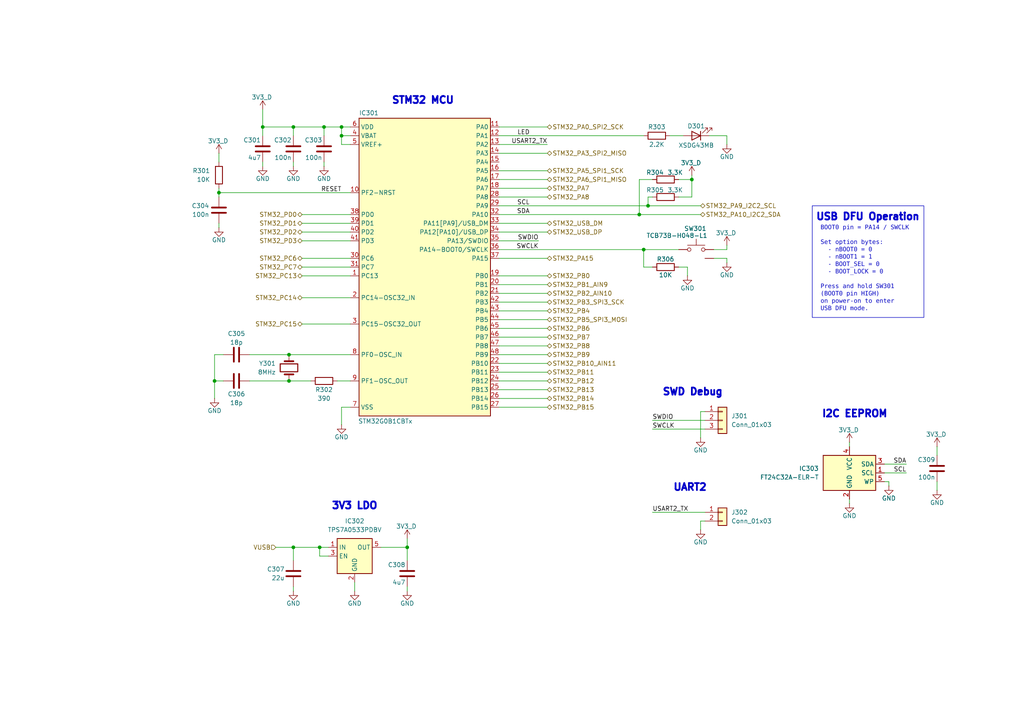
<source format=kicad_sch>
(kicad_sch (version 20250114) (generator "eeschema") (generator_version "9.0")
  (paper "A4")
  (title_block (title "RFE") (date "2024-06-01") (rev "A1") (company "LibreCellular Project - https://librecellular.org/") (comment 1 "Drawn: OK") (comment 2 "Checked: x"))
  (lib_symbols
    (symbol "Connector_Generic:Conn_01x02" (pin_names (offset 1.016) (hide yes))
      (property "Reference" "J" (at 0 2.54 0))
      (property "Value" "Conn_01x02" (at 0 -5.08 0))
      (symbol "Conn_01x02_1_1"
        (rectangle (start -1.27 1.27) (end 1.27 -3.81) (stroke (width 0.254)) (fill (type background)))
        (rectangle (start -1.27 0.127) (end 0 -0.127) (stroke (width 0.1524)))
        (rectangle (start -1.27 -2.413) (end 0 -2.667) (stroke (width 0.1524)))
        (pin passive line (at -5.08 0 0) (length 3.81) (name "Pin_1") (number "1"))
        (pin passive line (at -5.08 -2.54 0) (length 3.81) (name "Pin_2") (number "2"))
      )
    )
    (symbol "Connector_Generic:Conn_01x03" (pin_names (offset 1.016) (hide yes))
      (property "Reference" "J" (at 0 5.08 0))
      (property "Value" "Conn_01x03" (at 0 -5.08 0))
      (symbol "Conn_01x03_1_1"
        (rectangle (start -1.27 3.81) (end 1.27 -3.81) (stroke (width 0.254)) (fill (type background)))
        (rectangle (start -1.27 2.667) (end 0 2.413) (stroke (width 0.1524)))
        (rectangle (start -1.27 0.127) (end 0 -0.127) (stroke (width 0.1524)))
        (rectangle (start -1.27 -2.413) (end 0 -2.667) (stroke (width 0.1524)))
        (pin passive line (at -5.08 2.54 0) (length 3.81) (name "Pin_1") (number "1"))
        (pin passive line (at -5.08 0 0) (length 3.81) (name "Pin_2") (number "2"))
        (pin passive line (at -5.08 -2.54 0) (length 3.81) (name "Pin_3") (number "3"))
      )
    )
    (symbol "Device:C" (pin_numbers (hide yes)) (pin_names (offset 0.254))
      (property "Reference" "C" (at 0.635 2.54 0))
      (property "Value" "C" (at 0.635 -2.54 0))
      (symbol "C_0_1"
        (polyline (pts (xy -2.032 0.762) (xy 2.032 0.762)) (stroke (width 0.508)))
        (polyline (pts (xy -2.032 -0.762) (xy 2.032 -0.762)) (stroke (width 0.508)))
      )
      (symbol "C_1_1"
        (pin passive line (at 0 3.81 270) (length 2.794) (name "~") (number "1"))
        (pin passive line (at 0 -3.81 90) (length 2.794) (name "~") (number "2"))
      )
    )
    (symbol "Device:Crystal" (pin_numbers (hide yes)) (pin_names (offset 1.016) (hide yes))
      (property "Reference" "Y301" (at 1.2701 3.81 90))
      (property "Value" "8MHz" (at -1.2699 3.81 90))
      (symbol "Crystal_0_1"
        (polyline (pts (xy -2.54 0) (xy -1.905 0)))
        (polyline (pts (xy -1.905 -1.27) (xy -1.905 1.27)) (stroke (width 0.508)))
        (rectangle (start -1.143 2.54) (end 1.143 -2.54) (stroke (width 0.3048)))
        (polyline (pts (xy 1.905 -1.27) (xy 1.905 1.27)) (stroke (width 0.508)))
        (polyline (pts (xy 2.54 0) (xy 1.905 0)))
      )
      (symbol "Crystal_1_1"
        (pin passive line (at -3.81 0 0) (length 1.27) (name "1") (number "1"))
        (pin passive line (at 3.81 0 180) (length 1.27) (name "2") (number "2"))
      )
    )
    (symbol "Device:LED" (pin_numbers (hide yes)) (pin_names (offset 1.016) (hide yes))
      (property "Reference" "D" (at 0 2.54 0))
      (property "Value" "LED" (at 0 -2.54 0))
      (symbol "LED_0_1"
        (polyline (pts (xy -3.048 -0.762) (xy -4.572 -2.286) (xy -3.81 -2.286) (xy -4.572 -2.286) (xy -4.572 -1.524)))
        (polyline (pts (xy -1.778 -0.762) (xy -3.302 -2.286) (xy -2.54 -2.286) (xy -3.302 -2.286) (xy -3.302 -1.524)))
        (polyline (pts (xy -1.27 0) (xy 1.27 0)))
        (polyline (pts (xy -1.27 -1.27) (xy -1.27 1.27)) (stroke (width 0.254)))
        (polyline (pts (xy 1.27 -1.27) (xy 1.27 1.27) (xy -1.27 0) (xy 1.27 -1.27)) (stroke (width 0.254)))
      )
      (symbol "LED_1_1"
        (pin passive line (at -3.81 0 0) (length 2.54) (name "K") (number "1"))
        (pin passive line (at 3.81 0 180) (length 2.54) (name "A") (number "2"))
      )
    )
    (symbol "Device:R" (pin_numbers (hide yes)) (pin_names (offset 0))
      (property "Reference" "R" (at 2.032 0 90))
      (property "Value" "R" (at 0 0 90))
      (symbol "R_0_1"
        (rectangle (start -1.016 -2.54) (end 1.016 2.54) (stroke (width 0.254)))
      )
      (symbol "R_1_1"
        (pin passive line (at 0 3.81 270) (length 1.27) (name "~") (number "1"))
        (pin passive line (at 0 -3.81 90) (length 1.27) (name "~") (number "2"))
      )
    )
    (symbol "LC_RFE:PushButton-TCB73B-H048-L1" (pin_numbers (hide yes)) (pin_names (offset 1.016) (hide yes))
      (property "Reference" "SW" (at -4.318 3.302 0))
      (property "Value" "PushButton-TCB73B-H048-L1" (at 0.508 -4.826 0))
      (symbol "PushButton-TCB73B-H048-L1_0_1"
        (circle (center -2.032 0) (radius 0.508))
        (polyline (pts (xy 0 1.27) (xy 0 3.048)))
        (circle (center 2.032 0) (radius 0.508))
        (polyline (pts (xy 2.54 1.27) (xy -2.54 1.27)))
        (pin passive line (at -5.08 0 0) (length 2.54) (name "1") (number "1"))
        (pin passive line (at 5.08 0 180) (length 2.54) (name "2") (number "2"))
        (pin passive line (at 5.08 -2.54 180) (length 2.54) (name "3") (number "3"))
      )
    )
    (symbol "MCU_ST_STM32G0:STM32G0B1CBTx"
      (property "Reference" "U?" (at -19.05 44.704 0))
      (property "Value" "STM32G0B1CBTx" (at -19.304 -44.704 0))
      (symbol "STM32G0B1CBTx_0_1"
        (rectangle (start -19.05 43.18) (end 19.05 -43.18) (stroke (width 0.254)) (fill (type background)))
      )
      (symbol "STM32G0B1CBTx_1_1"
        (pin power_in line (at -21.59 40.64 0) (length 2.54) (name "VDD") (number "6"))
        (pin power_in line (at -21.59 38.1 0) (length 2.54) (name "VBAT") (number "4"))
        (pin input line (at -21.59 35.56 0) (length 2.54) (name "VREF+") (number "5"))
        (pin bidirectional line (at -21.59 21.59 0) (length 2.54) (name "PF2-NRST") (number "10"))
        (pin bidirectional line (at -21.59 15.24 0) (length 2.54) (name "PD0") (number "38"))
        (pin bidirectional line (at -21.59 12.7 0) (length 2.54) (name "PD1") (number "39"))
        (pin bidirectional line (at -21.59 10.16 0) (length 2.54) (name "PD2") (number "40"))
        (pin bidirectional line (at -21.59 7.62 0) (length 2.54) (name "PD3") (number "41"))
        (pin bidirectional line (at -21.59 2.54 0) (length 2.54) (name "PC6") (number "30"))
        (pin bidirectional line (at -21.59 0 0) (length 2.54) (name "PC7") (number "31"))
        (pin bidirectional line (at -21.59 -2.54 0) (length 2.54) (name "PC13") (number "1"))
        (pin bidirectional line (at -21.59 -8.89 0) (length 2.54) (name "PC14-OSC32_IN") (number "2"))
        (pin bidirectional line (at -21.59 -16.51 0) (length 2.54) (name "PC15-OSC32_OUT") (number "3"))
        (pin bidirectional line (at -21.59 -25.4 0) (length 2.54) (name "PF0-OSC_IN") (number "8"))
        (pin bidirectional line (at -21.59 -33.02 0) (length 2.54) (name "PF1-OSC_OUT") (number "9"))
        (pin power_in line (at -21.59 -40.64 0) (length 2.54) (name "VSS") (number "7"))
        (pin bidirectional line (at 21.59 40.64 180) (length 2.54) (name "PA0") (number "11"))
        (pin bidirectional line (at 21.59 38.1 180) (length 2.54) (name "PA1") (number "12"))
        (pin bidirectional line (at 21.59 35.56 180) (length 2.54) (name "PA2") (number "13"))
        (pin bidirectional line (at 21.59 33.02 180) (length 2.54) (name "PA3") (number "14"))
        (pin bidirectional line (at 21.59 30.48 180) (length 2.54) (name "PA4") (number "15"))
        (pin bidirectional line (at 21.59 27.94 180) (length 2.54) (name "PA5") (number "16"))
        (pin bidirectional line (at 21.59 25.4 180) (length 2.54) (name "PA6") (number "17"))
        (pin bidirectional line (at 21.59 22.86 180) (length 2.54) (name "PA7") (number "18"))
        (pin bidirectional line (at 21.59 20.32 180) (length 2.54) (name "PA8") (number "28"))
        (pin bidirectional line (at 21.59 17.78 180) (length 2.54) (name "PA9") (number "29"))
        (pin bidirectional line (at 21.59 15.24 180) (length 2.54) (name "PA10") (number "32"))
        (pin bidirectional line (at 21.59 12.7 180) (length 2.54) (name "PA11[PA9]/USB_DM") (number "33"))
        (pin bidirectional line (at 21.59 10.16 180) (length 2.54) (name "PA12[PA10]/USB_DP") (number "34"))
        (pin bidirectional line (at 21.59 7.62 180) (length 2.54) (name "PA13/SWDIO") (number "35"))
        (pin bidirectional line (at 21.59 5.08 180) (length 2.54) (name "PA14-BOOT0/SWCLK") (number "36"))
        (pin bidirectional line (at 21.59 2.54 180) (length 2.54) (name "PA15") (number "37"))
        (pin bidirectional line (at 21.59 -2.54 180) (length 2.54) (name "PB0") (number "19"))
        (pin bidirectional line (at 21.59 -5.08 180) (length 2.54) (name "PB1") (number "20"))
        (pin bidirectional line (at 21.59 -7.62 180) (length 2.54) (name "PB2") (number "21"))
        (pin bidirectional line (at 21.59 -10.16 180) (length 2.54) (name "PB3") (number "42"))
        (pin bidirectional line (at 21.59 -12.7 180) (length 2.54) (name "PB4") (number "43"))
        (pin bidirectional line (at 21.59 -15.24 180) (length 2.54) (name "PB5") (number "44"))
        (pin bidirectional line (at 21.59 -17.78 180) (length 2.54) (name "PB6") (number "45"))
        (pin bidirectional line (at 21.59 -20.32 180) (length 2.54) (name "PB7") (number "46"))
        (pin bidirectional line (at 21.59 -22.86 180) (length 2.54) (name "PB8") (number "47"))
        (pin bidirectional line (at 21.59 -25.4 180) (length 2.54) (name "PB9") (number "48"))
        (pin bidirectional line (at 21.59 -27.94 180) (length 2.54) (name "PB10") (number "22"))
        (pin bidirectional line (at 21.59 -30.48 180) (length 2.54) (name "PB11") (number "23"))
        (pin bidirectional line (at 21.59 -33.02 180) (length 2.54) (name "PB12") (number "24"))
        (pin bidirectional line (at 21.59 -35.56 180) (length 2.54) (name "PB13") (number "25"))
        (pin bidirectional line (at 21.59 -38.1 180) (length 2.54) (name "PB14") (number "26"))
        (pin bidirectional line (at 21.59 -40.64 180) (length 2.54) (name "PB15") (number "27"))
      )
    )
    (symbol "Memory_EEPROM:AT24CS32-STUM"
      (property "Reference" "U" (at -7.62 6.35 0))
      (property "Value" "AT24CS32-STUM" (at 2.54 -6.35 0))
      (symbol "AT24CS32-STUM_1_1"
        (rectangle (start -7.62 5.08) (end 7.62 -5.08) (stroke (width 0.254)) (fill (type background)))
        (pin power_in line (at 0 7.62 270) (length 2.54) (name "VCC") (number "4"))
        (pin power_in line (at 0 -7.62 90) (length 2.54) (name "GND") (number "2"))
        (pin bidirectional line (at 10.16 2.54 180) (length 2.54) (name "SDA") (number "3"))
        (pin input line (at 10.16 0 180) (length 2.54) (name "SCL") (number "1"))
        (pin input line (at 10.16 -2.54 180) (length 2.54) (name "WP") (number "5"))
      )
    )
    (symbol "Regulator_Linear:TPS7A0533PDBV"
      (property "Reference" "U" (at -3.81 6.35 0))
      (property "Value" "TPS7A0533PDBV" (at 6.35 6.35 0))
      (symbol "TPS7A0533PDBV_0_1"
        (rectangle (start -5.08 -5.08) (end 5.08 5.08) (stroke (width 0.254)) (fill (type background)))
        (pin power_in line (at -7.62 2.54 0) (length 2.54) (name "IN") (number "1"))
        (pin input line (at -7.62 0 0) (length 2.54) (name "EN") (number "3"))
        (pin power_in line (at 0 -7.62 90) (length 2.54) (name "GND") (number "2"))
        (pin no_connect line (at 5.08 0 180) (length 2.54) (hide yes) (name "NC") (number "4"))
        (pin power_out line (at 7.62 2.54 180) (length 2.54) (name "OUT") (number "5"))
      )
    )
    (symbol "power:+3V3" (power) (pin_numbers (hide yes)) (pin_names (offset 0) (hide yes))
      (property "Value" "+3V3" (at 0 3.556 0))
      (symbol "+3V3_0_1"
        (polyline (pts (xy -0.762 1.27) (xy 0 2.54)))
        (polyline (pts (xy 0 2.54) (xy 0.762 1.27)))
        (polyline (pts (xy 0 0) (xy 0 2.54)))
      )
      (symbol "+3V3_1_1"
        (pin power_in line (at 0 0 90) (length 0) (name "~") (number "1"))
      )
    )
    (symbol "power:GND" (power) (pin_numbers (hide yes)) (pin_names (offset 0) (hide yes))
      (property "Value" "GND" (at 0 -3.81 0))
      (symbol "GND_0_1"
        (polyline (pts (xy 0 0) (xy 0 -1.27) (xy 1.27 -1.27) (xy 0 -2.54) (xy -1.27 -1.27) (xy 0 -1.27)))
      )
      (symbol "GND_1_1"
        (pin power_in line (at 0 0 270) (length 0) (name "~") (number "1"))
      )
    )
  )
  (rectangle (start 235.585 59.69) (end 267.97 92.075))
  (text "I2C EEPROM" (at 247.904 120.142 0) (effects (font (size 2.032 2.032) (thickness 1.524) (bold yes))))
  (text "3V3 LDO" (at 102.87 146.812 0) (effects (font (size 2.032 2.032) (thickness 1.524) (bold yes))))
  (text "BOOT0 pin = PA14 / SWCLK\n\nSet option bytes:\n  - nBOOT0 = 0\n  - nBOOT1 = 1\n  - BOOT_SEL = 0\n  - BOOT_LOCK = 0\n\nPress and hold SW301\n(BOOT0 pin HIGH)\non power-on to enter\nUSB DFU mode." (at 237.998 65.786 0) (effects (font (size 1.27 1.27)) (justify left top)))
  (text "UART2" (at 200.152 141.478 0) (effects (font (size 2.032 2.032) (thickness 1.524) (bold yes))))
  (text "SWD Debug" (at 200.914 113.792 0) (effects (font (size 2.032 2.032) (thickness 1.524) (bold yes))))
  (text "USB DFU Operation" (at 251.714 62.992 0) (effects (font (size 2.032 2.032) (thickness 1.524) (bold yes))))
  (text "STM32 MCU" (at 122.682 29.21 0) (effects (font (size 2.032 2.032) (thickness 1.524) (bold yes))))
  (junction (at 83.82 102.87))
  (junction (at 76.2 36.83))
  (junction (at 85.09 158.75))
  (junction (at 83.82 110.49))
  (junction (at 63.5 55.88))
  (junction (at 186.69 72.39))
  (junction (at 92.71 158.75))
  (junction (at 187.96 59.69))
  (junction (at 85.09 36.83))
  (junction (at 62.23 110.49))
  (junction (at 185.42 62.23))
  (junction (at 99.06 36.83))
  (junction (at 200.66 52.07))
  (junction (at 99.06 39.37))
  (junction (at 118.11 158.75))
  (junction (at 93.98 36.83))
  (wire (pts (xy 144.78 113.03) (xy 158.75 113.03)))
  (wire (pts (xy 185.42 62.23) (xy 203.2 62.23)))
  (wire (pts (xy 186.69 72.39) (xy 196.85 72.39)))
  (wire (pts (xy 200.66 52.07) (xy 200.66 57.15)))
  (wire (pts (xy 205.74 39.37) (xy 210.82 39.37)))
  (wire (pts (xy 144.78 67.31) (xy 158.75 67.31)))
  (wire (pts (xy 189.23 124.46) (xy 204.47 124.46)))
  (wire (pts (xy 85.09 36.83) (xy 85.09 39.37)))
  (wire (pts (xy 256.54 139.7) (xy 257.81 139.7)))
  (wire (pts (xy 204.47 151.13) (xy 203.2 151.13)))
  (wire (pts (xy 85.09 36.83) (xy 76.2 36.83)))
  (wire (pts (xy 63.5 44.45) (xy 63.5 46.99)))
  (wire (pts (xy 196.85 77.47) (xy 199.39 77.47)))
  (wire (pts (xy 257.81 139.7) (xy 257.81 140.97)))
  (wire (pts (xy 83.82 102.87) (xy 101.6 102.87)))
  (wire (pts (xy 101.6 69.85) (xy 87.63 69.85)))
  (wire (pts (xy 144.78 87.63) (xy 158.75 87.63)))
  (wire (pts (xy 187.96 57.15) (xy 187.96 59.69)))
  (wire (pts (xy 210.82 39.37) (xy 210.82 41.91)))
  (wire (pts (xy 99.06 36.83) (xy 101.6 36.83)))
  (wire (pts (xy 189.23 121.92) (xy 204.47 121.92)))
  (wire (pts (xy 144.78 80.01) (xy 158.75 80.01)))
  (wire (pts (xy 63.5 54.61) (xy 63.5 55.88)))
  (wire (pts (xy 207.01 72.39) (xy 210.82 72.39)))
  (wire (pts (xy 185.42 52.07) (xy 185.42 62.23)))
  (wire (pts (xy 76.2 31.75) (xy 76.2 36.83)))
  (wire (pts (xy 187.96 59.69) (xy 203.2 59.69)))
  (wire (pts (xy 203.2 151.13) (xy 203.2 153.67)))
  (wire (pts (xy 85.09 46.99) (xy 85.09 48.26)))
  (wire (pts (xy 63.5 55.88) (xy 101.6 55.88)))
  (wire (pts (xy 93.98 46.99) (xy 93.98 48.26)))
  (wire (pts (xy 189.23 52.07) (xy 185.42 52.07)))
  (wire (pts (xy 62.23 110.49) (xy 64.77 110.49)))
  (wire (pts (xy 207.01 74.93) (xy 210.82 74.93)))
  (wire (pts (xy 101.6 77.47) (xy 87.63 77.47)))
  (wire (pts (xy 144.78 105.41) (xy 158.75 105.41)))
  (wire (pts (xy 144.78 69.85) (xy 156.21 69.85)))
  (wire (pts (xy 144.78 59.69) (xy 187.96 59.69)))
  (wire (pts (xy 63.5 66.04) (xy 63.5 64.77)))
  (wire (pts (xy 210.82 74.93) (xy 210.82 76.2)))
  (wire (pts (xy 210.82 72.39) (xy 210.82 71.12)))
  (wire (pts (xy 93.98 36.83) (xy 85.09 36.83)))
  (wire (pts (xy 72.39 102.87) (xy 83.82 102.87)))
  (wire (pts (xy 85.09 158.75) (xy 92.71 158.75)))
  (wire (pts (xy 271.78 139.7) (xy 271.78 142.24)))
  (wire (pts (xy 85.09 158.75) (xy 85.09 162.56)))
  (wire (pts (xy 92.71 158.75) (xy 95.25 158.75)))
  (wire (pts (xy 186.69 77.47) (xy 186.69 72.39)))
  (wire (pts (xy 144.78 110.49) (xy 158.75 110.49)))
  (wire (pts (xy 144.78 90.17) (xy 158.75 90.17)))
  (wire (pts (xy 199.39 77.47) (xy 199.39 80.01)))
  (wire (pts (xy 101.6 86.36) (xy 87.63 86.36)))
  (wire (pts (xy 62.23 110.49) (xy 62.23 115.57)))
  (wire (pts (xy 144.78 95.25) (xy 158.75 95.25)))
  (wire (pts (xy 97.79 110.49) (xy 101.6 110.49)))
  (wire (pts (xy 99.06 118.11) (xy 99.06 123.19)))
  (wire (pts (xy 101.6 74.93) (xy 87.63 74.93)))
  (wire (pts (xy 99.06 36.83) (xy 93.98 36.83)))
  (wire (pts (xy 196.85 52.07) (xy 200.66 52.07)))
  (wire (pts (xy 64.77 102.87) (xy 62.23 102.87)))
  (wire (pts (xy 83.82 110.49) (xy 90.17 110.49)))
  (wire (pts (xy 101.6 41.91) (xy 99.06 41.91)))
  (wire (pts (xy 144.78 57.15) (xy 158.75 57.15)))
  (wire (pts (xy 118.11 171.45) (xy 118.11 170.18)))
  (wire (pts (xy 102.87 171.45) (xy 102.87 168.91)))
  (wire (pts (xy 80.01 158.75) (xy 85.09 158.75)))
  (wire (pts (xy 63.5 55.88) (xy 63.5 57.15)))
  (wire (pts (xy 99.06 41.91) (xy 99.06 39.37)))
  (wire (pts (xy 144.78 92.71) (xy 158.75 92.71)))
  (wire (pts (xy 101.6 80.01) (xy 87.63 80.01)))
  (wire (pts (xy 256.54 137.16) (xy 262.89 137.16)))
  (wire (pts (xy 194.31 39.37) (xy 198.12 39.37)))
  (wire (pts (xy 95.25 161.29) (xy 92.71 161.29)))
  (wire (pts (xy 76.2 36.83) (xy 76.2 39.37)))
  (wire (pts (xy 144.78 74.93) (xy 158.75 74.93)))
  (wire (pts (xy 144.78 85.09) (xy 158.75 85.09)))
  (wire (pts (xy 93.98 36.83) (xy 93.98 39.37)))
  (wire (pts (xy 144.78 44.45) (xy 158.75 44.45)))
  (wire (pts (xy 196.85 57.15) (xy 200.66 57.15)))
  (wire (pts (xy 144.78 39.37) (xy 186.69 39.37)))
  (wire (pts (xy 85.09 171.45) (xy 85.09 170.18)))
  (wire (pts (xy 144.78 100.33) (xy 158.75 100.33)))
  (wire (pts (xy 204.47 119.38) (xy 203.2 119.38)))
  (wire (pts (xy 118.11 158.75) (xy 118.11 162.56)))
  (wire (pts (xy 144.78 102.87) (xy 158.75 102.87)))
  (wire (pts (xy 76.2 46.99) (xy 76.2 48.26)))
  (wire (pts (xy 256.54 134.62) (xy 262.89 134.62)))
  (wire (pts (xy 203.2 119.38) (xy 203.2 127)))
  (wire (pts (xy 144.78 72.39) (xy 186.69 72.39)))
  (wire (pts (xy 144.78 54.61) (xy 158.75 54.61)))
  (wire (pts (xy 271.78 129.54) (xy 271.78 132.08)))
  (wire (pts (xy 144.78 82.55) (xy 158.75 82.55)))
  (wire (pts (xy 72.39 110.49) (xy 83.82 110.49)))
  (wire (pts (xy 101.6 64.77) (xy 87.63 64.77)))
  (wire (pts (xy 189.23 57.15) (xy 187.96 57.15)))
  (wire (pts (xy 144.78 115.57) (xy 158.75 115.57)))
  (wire (pts (xy 62.23 102.87) (xy 62.23 110.49)))
  (wire (pts (xy 101.6 62.23) (xy 87.63 62.23)))
  (wire (pts (xy 144.78 64.77) (xy 158.75 64.77)))
  (wire (pts (xy 101.6 67.31) (xy 87.63 67.31)))
  (wire (pts (xy 189.23 77.47) (xy 186.69 77.47)))
  (wire (pts (xy 99.06 39.37) (xy 101.6 39.37)))
  (wire (pts (xy 200.66 50.8) (xy 200.66 52.07)))
  (wire (pts (xy 101.6 118.11) (xy 99.06 118.11)))
  (wire (pts (xy 144.78 118.11) (xy 158.75 118.11)))
  (wire (pts (xy 110.49 158.75) (xy 118.11 158.75)))
  (wire (pts (xy 189.23 148.59) (xy 204.47 148.59)))
  (wire (pts (xy 92.71 161.29) (xy 92.71 158.75)))
  (wire (pts (xy 246.38 146.05) (xy 246.38 144.78)))
  (wire (pts (xy 144.78 97.79) (xy 158.75 97.79)))
  (wire (pts (xy 118.11 156.21) (xy 118.11 158.75)))
  (wire (pts (xy 101.6 93.98) (xy 87.63 93.98)))
  (wire (pts (xy 144.78 62.23) (xy 185.42 62.23)))
  (wire (pts (xy 144.78 41.91) (xy 158.75 41.91)))
  (wire (pts (xy 144.78 52.07) (xy 158.75 52.07)))
  (wire (pts (xy 144.78 49.53) (xy 158.75 49.53)))
  (wire (pts (xy 144.78 36.83) (xy 158.75 36.83)))
  (wire (pts (xy 144.78 107.95) (xy 158.75 107.95)))
  (wire (pts (xy 246.38 128.27) (xy 246.38 129.54)))
  (wire (pts (xy 99.06 39.37) (xy 99.06 36.83)))
  (label "SCL" (at 262.89 137.16 180))
  (label "RESET" (at 99.06 55.88 180))
  (label "SWCLK" (at 189.23 124.46 0))
  (label "SWCLK" (at 156.21 72.39 180))
  (label "SWDIO" (at 156.21 69.85 180))
  (label "LED" (at 153.67 39.37 180))
  (label "USART2_TX" (at 189.23 148.59 0))
  (label "SWDIO" (at 189.23 121.92 0))
  (label "USART2_TX" (at 158.75 41.91 180))
  (label "SDA" (at 262.89 134.62 180))
  (label "SDA" (at 153.67 62.23 180))
  (label "SCL" (at 153.67 59.69 180))
  (hierarchical_label "STM32_PA3_SPI2_MISO" (shape bidirectional) (at 158.75 44.45 0))
  (hierarchical_label "STM32_PD2" (shape bidirectional) (at 87.63 67.31 180))
  (hierarchical_label "STM32_PB7" (shape bidirectional) (at 158.75 97.79 0))
  (hierarchical_label "STM32_PA0_SPI2_SCK" (shape bidirectional) (at 158.75 36.83 0))
  (hierarchical_label "STM32_USB_DM" (shape bidirectional) (at 158.75 64.77 0))
  (hierarchical_label "STM32_PB5_SPI3_MOSI" (shape bidirectional) (at 158.75 92.71 0))
  (hierarchical_label "VUSB" (shape input) (at 80.01 158.75 180))
  (hierarchical_label "STM32_PB8" (shape bidirectional) (at 158.75 100.33 0))
  (hierarchical_label "STM32_PB2_AIN10" (shape bidirectional) (at 158.75 85.09 0))
  (hierarchical_label "STM32_PA7" (shape bidirectional) (at 158.75 54.61 0))
  (hierarchical_label "STM32_PB10_AIN11" (shape bidirectional) (at 158.75 105.41 0))
  (hierarchical_label "STM32_USB_DP" (shape bidirectional) (at 158.75 67.31 0))
  (hierarchical_label "STM32_PA5_SPI1_SCK" (shape bidirectional) (at 158.75 49.53 0))
  (hierarchical_label "STM32_PB12" (shape bidirectional) (at 158.75 110.49 0))
  (hierarchical_label "STM32_PB14" (shape bidirectional) (at 158.75 115.57 0))
  (hierarchical_label "STM32_PD3" (shape bidirectional) (at 87.63 69.85 180))
  (hierarchical_label "STM32_PB1_AIN9" (shape bidirectional) (at 158.75 82.55 0))
  (hierarchical_label "STM32_PD0" (shape bidirectional) (at 87.63 62.23 180))
  (hierarchical_label "STM32_PB0" (shape bidirectional) (at 158.75 80.01 0))
  (hierarchical_label "STM32_PB15" (shape bidirectional) (at 158.75 118.11 0))
  (hierarchical_label "STM32_PB9" (shape bidirectional) (at 158.75 102.87 0))
  (hierarchical_label "STM32_PB13" (shape bidirectional) (at 158.75 113.03 0))
  (hierarchical_label "STM32_PC15" (shape bidirectional) (at 87.63 93.98 180))
  (hierarchical_label "STM32_PA8" (shape bidirectional) (at 158.75 57.15 0))
  (hierarchical_label "STM32_PC7" (shape bidirectional) (at 87.63 77.47 180))
  (hierarchical_label "STM32_PC13" (shape bidirectional) (at 87.63 80.01 180))
  (hierarchical_label "STM32_PB11" (shape bidirectional) (at 158.75 107.95 0))
  (hierarchical_label "STM32_PB3_SPI3_SCK" (shape bidirectional) (at 158.75 87.63 0))
  (hierarchical_label "STM32_PA9_I2C2_SCL" (shape bidirectional) (at 203.2 59.69 0))
  (hierarchical_label "STM32_PC6" (shape bidirectional) (at 87.63 74.93 180))
  (hierarchical_label "STM32_PA6_SPI1_MISO" (shape bidirectional) (at 158.75 52.07 0))
  (hierarchical_label "STM32_PA15" (shape bidirectional) (at 158.75 74.93 0))
  (hierarchical_label "STM32_PB4" (shape bidirectional) (at 158.75 90.17 0))
  (hierarchical_label "STM32_PD1" (shape bidirectional) (at 87.63 64.77 180))
  (hierarchical_label "STM32_PB6" (shape bidirectional) (at 158.75 95.25 0))
  (hierarchical_label "STM32_PA10_I2C2_SDA" (shape bidirectional) (at 203.2 62.23 0))
  (hierarchical_label "STM32_PC14" (shape bidirectional) (at 87.63 86.36 180))
  (symbol (lib_id "Device:C") (at 63.5 60.96 0) (unit 1)
    (property "Reference" "C304" (at 60.706 59.69 0) (effects (justify right)))
    (property "Value" "100n" (at 60.706 62.23 0) (effects (justify right)))
    (property "Footprint" "Capacitor_SMD:C_0402_1005Metric" (effects (hide yes)))
    (property "Description" "Unpolarized capacitor" (effects (hide yes)))
    (property "JLCASSY" "C307331" (effects (hide yes)))
  )
  (symbol (lib_id "power:GND") (at 257.81 140.97 0) (unit 1)
    (property "Reference" "#PWR0322" (effects (hide yes)))
    (property "Value" "GND" (at 257.81 144.526 0))
    (property "Description" "Power symbol creates a global label with name \"GND\" , ground" (effects (hide yes)))
  )
  (symbol (lib_id "power:GND") (at 63.5 66.04 0) (unit 1)
    (property "Reference" "#PWR0306" (effects (hide yes)))
    (property "Value" "GND" (at 63.5 69.596 0))
    (property "Description" "Power symbol creates a global label with name \"GND\" , ground" (effects (hide yes)))
  )
  (symbol (lib_id "power:+3V3") (at 210.82 71.12 0) (unit 1)
    (property "Reference" "#PWR0309" (effects (hide yes)))
    (property "Value" "3V3_D" (at 210.566 67.564 0))
    (property "Description" "Power symbol creates a global label with name \"+3V3\"" (effects (hide yes)))
  )
  (symbol (lib_id "power:GND") (at 199.39 80.01 0) (unit 1)
    (property "Reference" "#PWR0317" (effects (hide yes)))
    (property "Value" "GND" (at 199.39 83.566 0))
    (property "Description" "Power symbol creates a global label with name \"GND\" , ground" (effects (hide yes)))
  )
  (symbol (lib_id "power:GND") (at 203.2 153.67 0) (unit 1)
    (property "Reference" "#PWR0316" (effects (hide yes)))
    (property "Value" "GND" (at 203.2 157.226 0))
    (property "Description" "Power symbol creates a global label with name \"GND\" , ground" (effects (hide yes)))
  )
  (symbol (lib_id "power:+3V3") (at 246.38 128.27 0) (unit 1)
    (property "Reference" "#PWR0321" (effects (hide yes)))
    (property "Value" "3V3_D" (at 246.126 124.714 0))
    (property "Description" "Power symbol creates a global label with name \"+3V3\"" (effects (hide yes)))
  )
  (symbol (lib_id "power:GND") (at 99.06 123.19 0) (unit 1)
    (property "Reference" "#PWR0308" (effects (hide yes)))
    (property "Value" "GND" (at 99.06 126.746 0))
    (property "Description" "Power symbol creates a global label with name \"GND\" , ground" (effects (hide yes)))
  )
  (symbol (lib_id "Device:R") (at 63.5 50.8 0) (mirror y) (unit 1)
    (property "Reference" "R301" (at 60.96 49.5299 0) (effects (justify left)))
    (property "Value" "10K" (at 60.96 52.0699 0) (effects (justify left)))
    (property "Footprint" "Resistor_SMD:R_0402_1005Metric" (effects (hide yes)))
    (property "Description" "Resistor" (effects (hide yes)))
    (property "JLCASSY" "C2902636" (effects (hide yes)))
  )
  (symbol (lib_id "Device:C") (at 93.98 43.18 0) (unit 1)
    (property "Reference" "C303" (at 93.472 40.64 0) (effects (justify right)))
    (property "Value" "100n" (at 93.472 45.72 0) (effects (justify right)))
    (property "Footprint" "Capacitor_SMD:C_0402_1005Metric" (effects (hide yes)))
    (property "Description" "Unpolarized capacitor" (effects (hide yes)))
    (property "JLCASSY" "C307331" (effects (hide yes)))
  )
  (symbol (lib_id "power:GND") (at 118.11 171.45 0) (unit 1)
    (property "Reference" "#PWR0314" (effects (hide yes)))
    (property "Value" "GND" (at 118.11 175.006 0))
    (property "Description" "Power symbol creates a global label with name \"GND\" , ground" (effects (hide yes)))
  )
  (symbol (lib_id "power:+3V3") (at 63.5 44.45 0) (unit 1)
    (property "Reference" "#PWR0302" (effects (hide yes)))
    (property "Value" "3V3_D" (at 63.246 40.894 0))
    (property "Description" "Power symbol creates a global label with name \"+3V3\"" (effects (hide yes)))
  )
  (symbol (lib_id "power:GND") (at 210.82 41.91 0) (unit 1)
    (property "Reference" "#PWR0310" (effects (hide yes)))
    (property "Value" "GND" (at 210.82 45.466 0))
    (property "Description" "Power symbol creates a global label with name \"GND\" , ground" (effects (hide yes)))
  )
  (symbol (lib_id "Memory_EEPROM:AT24CS32-STUM") (at 246.38 137.16 0) (unit 1)
    (property "Reference" "IC303" (at 237.49 135.8899 0) (effects (justify right)))
    (property "Value" "FT24C32A-ELR-T" (at 237.49 138.4299 0) (effects (justify right)))
    (property "Footprint" "Package_TO_SOT_SMD:SOT-23-5" (effects (hide yes)))
    (property "JLCASSY" "C5263776" (effects (hide yes)))
  )
  (symbol (lib_id "power:GND") (at 85.09 171.45 0) (unit 1)
    (property "Reference" "#PWR0312" (effects (hide yes)))
    (property "Value" "GND" (at 85.09 175.006 0))
    (property "Description" "Power symbol creates a global label with name \"GND\" , ground" (effects (hide yes)))
  )
  (symbol (lib_id "Device:R") (at 193.04 52.07 90) (unit 1)
    (property "Reference" "R304" (at 189.992 50.038 90))
    (property "Value" "3.3K" (at 195.834 50.038 90))
    (property "Footprint" "Resistor_SMD:R_0402_1005Metric" (effects (hide yes)))
    (property "Description" "Resistor" (effects (hide yes)))
    (property "JLCASSY" "C25890" (effects (hide yes)))
  )
  (symbol (lib_id "Device:C") (at 85.09 43.18 0) (unit 1)
    (property "Reference" "C302" (at 84.582 40.64 0) (effects (justify right)))
    (property "Value" "100n" (at 84.582 45.72 0) (effects (justify right)))
    (property "Footprint" "Capacitor_SMD:C_0402_1005Metric" (effects (hide yes)))
    (property "Description" "Unpolarized capacitor" (effects (hide yes)))
    (property "JLCASSY" "C307331" (effects (hide yes)))
  )
  (symbol (lib_id "Device:C") (at 85.09 166.37 0) (unit 1)
    (property "Reference" "C307" (at 82.55 165.1 0) (effects (justify right)))
    (property "Value" "22u" (at 82.55 167.64 0) (effects (justify right)))
    (property "Footprint" "Capacitor_SMD:C_1206_3216Metric" (effects (hide yes)))
    (property "Description" "Unpolarized capacitor" (effects (hide yes)))
    (property "JLCASSY" "C478862" (effects (hide yes)))
  )
  (symbol (lib_id "power:GND") (at 246.38 146.05 0) (unit 1)
    (property "Reference" "#PWR0323" (effects (hide yes)))
    (property "Value" "GND" (at 246.38 149.606 0))
    (property "Description" "Power symbol creates a global label with name \"GND\" , ground" (effects (hide yes)))
  )
  (symbol (lib_id "power:GND") (at 62.23 115.57 0) (unit 1)
    (property "Reference" "#PWR0307" (effects (hide yes)))
    (property "Value" "GND" (at 62.23 119.126 0))
    (property "Description" "Power symbol creates a global label with name \"GND\" , ground" (effects (hide yes)))
  )
  (symbol (lib_id "Connector_Generic:Conn_01x02") (at 209.55 148.59 0) (unit 1)
    (property "Reference" "J302" (at 212.09 148.5899 0) (effects (justify left)))
    (property "Value" "Conn_01x03" (at 212.09 151.1299 0) (effects (justify left)))
    (property "Footprint" "Connector_PinHeader_2.54mm:PinHeader_1x02_P2.54mm_Vertical" (effects (hide yes)))
    (property "Description" "Generic connector, single row, 01x02, script generated (kicad-library-utils/schlib/autogen/connector/)" (effects (hide yes)))
  )
  (symbol (lib_id "Device:C") (at 68.58 110.49 90) (unit 1)
    (property "Reference" "C306" (at 68.58 114.3 90))
    (property "Value" "18p" (at 68.58 116.84 90))
    (property "Footprint" "Capacitor_SMD:C_0402_1005Metric" (effects (hide yes)))
    (property "Description" "Unpolarized capacitor" (effects (hide yes)))
    (property "JLCASSY" "C1549" (effects (hide yes)))
  )
  (symbol (lib_id "power:+3V3") (at 271.78 129.54 0) (unit 1)
    (property "Reference" "#PWR0319" (effects (hide yes)))
    (property "Value" "3V3_D" (at 271.526 125.984 0))
    (property "Description" "Power symbol creates a global label with name \"+3V3\"" (effects (hide yes)))
  )
  (symbol (lib_id "power:+3V3") (at 118.11 156.21 0) (unit 1)
    (property "Reference" "#PWR0311" (effects (hide yes)))
    (property "Value" "3V3_D" (at 117.856 152.654 0))
    (property "Description" "Power symbol creates a global label with name \"+3V3\"" (effects (hide yes)))
  )
  (symbol (lib_id "power:GND") (at 76.2 48.26 0) (unit 1)
    (property "Reference" "#PWR0303" (effects (hide yes)))
    (property "Value" "GND" (at 76.2 51.816 0))
    (property "Description" "Power symbol creates a global label with name \"GND\" , ground" (effects (hide yes)))
  )
  (symbol (lib_id "Device:C") (at 271.78 135.89 0) (unit 1)
    (property "Reference" "C309" (at 271.272 133.35 0) (effects (justify right)))
    (property "Value" "100n" (at 271.272 138.43 0) (effects (justify right)))
    (property "Footprint" "Capacitor_SMD:C_0402_1005Metric" (effects (hide yes)))
    (property "Description" "Unpolarized capacitor" (effects (hide yes)))
    (property "JLCASSY" "C307331" (effects (hide yes)))
  )
  (symbol (lib_id "Device:C") (at 68.58 102.87 90) (unit 1)
    (property "Reference" "C305" (at 68.58 96.774 90))
    (property "Value" "18p" (at 68.58 99.314 90))
    (property "Footprint" "Capacitor_SMD:C_0402_1005Metric" (effects (hide yes)))
    (property "Description" "Unpolarized capacitor" (effects (hide yes)))
    (property "JLCASSY" "C1549" (effects (hide yes)))
  )
  (symbol (lib_id "power:+3V3") (at 76.2 31.75 0) (unit 1)
    (property "Reference" "#PWR0301" (effects (hide yes)))
    (property "Value" "3V3_D" (at 75.946 28.194 0))
    (property "Description" "Power symbol creates a global label with name \"+3V3\"" (effects (hide yes)))
  )
  (symbol (lib_id "Device:R") (at 193.04 77.47 90) (unit 1)
    (property "Reference" "R306" (at 193.04 75.184 90))
    (property "Value" "10K" (at 193.04 79.756 90))
    (property "Footprint" "Resistor_SMD:R_0402_1005Metric" (effects (hide yes)))
    (property "Description" "Resistor" (effects (hide yes)))
    (property "JLCASSY" "C2902636" (effects (hide yes)))
  )
  (symbol (lib_id "power:+3V3") (at 200.66 50.8 0) (unit 1)
    (property "Reference" "#PWR010" (effects (hide yes)))
    (property "Value" "3V3_D" (at 200.406 47.244 0))
    (property "Description" "Power symbol creates a global label with name \"+3V3\"" (effects (hide yes)))
  )
  (symbol (lib_id "power:GND") (at 210.82 76.2 0) (unit 1)
    (property "Reference" "#PWR0318" (effects (hide yes)))
    (property "Value" "GND" (at 210.82 79.756 0))
    (property "Description" "Power symbol creates a global label with name \"GND\" , ground" (effects (hide yes)))
  )
  (symbol (lib_id "power:GND") (at 93.98 48.26 0) (unit 1)
    (property "Reference" "#PWR0305" (effects (hide yes)))
    (property "Value" "GND" (at 93.98 51.816 0))
    (property "Description" "Power symbol creates a global label with name \"GND\" , ground" (effects (hide yes)))
  )
  (symbol (lib_id "Regulator_Linear:TPS7A0533PDBV") (at 102.87 161.29 0) (unit 1)
    (property "Reference" "IC302" (at 102.87 151.13 0))
    (property "Value" "TPS7A0533PDBV" (at 102.87 153.67 0))
    (property "Footprint" "Package_TO_SOT_SMD:SOT-23-5" (effects (hide yes)))
    (property "Datasheet" "https://www.ti.com/lit/ds/symlink/tps7a05.pdf" (effects (hide yes)))
    (property "Description" "200-mA Ultra-Low-Iq LDO, 3.3V, SOT-23-5" (effects (hide yes)))
    (property "JLCASSY" "C493453" (effects (hide yes)))
  )
  (symbol (lib_id "power:GND") (at 203.2 127 0) (unit 1)
    (property "Reference" "#PWR0315" (effects (hide yes)))
    (property "Value" "GND" (at 203.2 130.556 0))
    (property "Description" "Power symbol creates a global label with name \"GND\" , ground" (effects (hide yes)))
  )
  (symbol (lib_id "power:GND") (at 271.78 142.24 0) (unit 1)
    (property "Reference" "#PWR0320" (effects (hide yes)))
    (property "Value" "GND" (at 271.78 145.796 0))
    (property "Description" "Power symbol creates a global label with name \"GND\" , ground" (effects (hide yes)))
  )
  (symbol (lib_id "Device:R") (at 190.5 39.37 90) (unit 1)
    (property "Reference" "R303" (at 190.5 36.83 90))
    (property "Value" "2.2K" (at 190.5 41.91 90))
    (property "Footprint" "Resistor_SMD:R_0402_1005Metric" (effects (hide yes)))
    (property "Description" "Resistor" (effects (hide yes)))
    (property "JLCASSY" "C25879" (effects (hide yes)))
  )
  (symbol (lib_id "Connector_Generic:Conn_01x03") (at 209.55 121.92 0) (unit 1)
    (property "Reference" "J301" (at 212.09 120.6499 0) (effects (justify left)))
    (property "Value" "Conn_01x03" (at 212.09 123.1899 0) (effects (justify left)))
    (property "Footprint" "Connector_PinHeader_2.54mm:PinHeader_1x03_P2.54mm_Vertical" (effects (hide yes)))
    (property "Description" "Generic connector, single row, 01x03, script generated (kicad-library-utils/schlib/autogen/connector/)" (effects (hide yes)))
  )
  (symbol (lib_id "Device:R") (at 93.98 110.49 90) (unit 1)
    (property "Reference" "R302" (at 93.98 113.03 90))
    (property "Value" "390" (at 93.98 115.57 90))
    (property "Footprint" "Resistor_SMD:R_0402_1005Metric" (effects (hide yes)))
    (property "Description" "Resistor" (effects (hide yes)))
    (property "JLCASSY" "C2906937" (effects (hide yes)))
  )
  (symbol (lib_id "power:GND") (at 102.87 171.45 0) (unit 1)
    (property "Reference" "#PWR0313" (effects (hide yes)))
    (property "Value" "GND" (at 102.87 175.006 0))
    (property "Description" "Power symbol creates a global label with name \"GND\" , ground" (effects (hide yes)))
  )
  (symbol (lib_id "LC_RFE:PushButton-TCB73B-H048-L1") (at 201.93 72.39 0) (unit 1)
    (property "Reference" "SW301" (at 201.676 66.294 0))
    (property "Value" "TCB73B-H048-L1" (at 196.342 68.326 0))
    (property "Footprint" "LC_RFE:PushButton-TCB73B-H048-L1" (effects (hide yes)))
    (property "JLCASSY" "C2890354" (effects (hide yes)))
  )
  (symbol (lib_id "Device:LED") (at 201.93 39.37 180) (unit 1)
    (property "Reference" "D301" (at 201.93 36.576 0))
    (property "Value" "XSDG43MB" (at 201.93 42.164 0))
    (property "Footprint" "LED_THT:LED_D3.0mm_Horizontal_O3.81mm_Z6.0mm" (effects (hide yes)))
    (property "Description" "Light emitting diode" (effects (hide yes)))
    (property "DIGIKEY" "1497-1043-ND" (effects (hide yes)))
  )
  (symbol (lib_id "power:GND") (at 85.09 48.26 0) (unit 1)
    (property "Reference" "#PWR0304" (effects (hide yes)))
    (property "Value" "GND" (at 85.09 51.816 0))
    (property "Description" "Power symbol creates a global label with name \"GND\" , ground" (effects (hide yes)))
  )
  (symbol (lib_id "Device:Crystal") (at 83.82 106.68 90) (unit 1)
    (property "Reference" "Y301" (at 80.01 105.4099 90) (effects (justify left)))
    (property "Value" "8MHz" (at 80.01 107.9499 90) (effects (justify left)))
    (property "Footprint" "LC_RFE:Crystal_SMD_5032-2Pin_5.0x3.2mm" (effects (hide yes)))
    (property "Description" "Two pin crystal" (effects (hide yes)))
    (property "JLCASSY" "C3035202" (effects (hide yes)))
  )
  (symbol (lib_id "Device:C") (at 118.11 166.37 0) (unit 1)
    (property "Reference" "C308" (at 117.602 163.83 0) (effects (justify right)))
    (property "Value" "4u7" (at 117.602 168.91 0) (effects (justify right)))
    (property "Footprint" "Capacitor_SMD:C_0402_1005Metric" (effects (hide yes)))
    (property "Description" "Unpolarized capacitor" (effects (hide yes)))
    (property "JLCASSY" "C23733" (effects (hide yes)))
  )
  (symbol (lib_id "MCU_ST_STM32G0:STM32G0B1CBTx") (at 123.19 77.47 0) (unit 1)
    (property "Reference" "IC301" (at 104.14 32.766 0) (effects (justify left)))
    (property "Value" "STM32G0B1CBTx" (at 103.886 122.174 0) (effects (justify left)))
    (property "Footprint" "Package_QFP:LQFP-48_7x7mm_P0.5mm" (effects (hide yes)))
    (property "Datasheet" "https://www.st.com/resource/en/datasheet/stm32g0b1cb.pdf" (effects (hide yes)))
    (property "Description" "STMicroelectronics Arm Cortex-M0+ MCU, 128KB flash, 144KB RAM, 64 MHz, 1.7-3.6V, 44 GPIO, LQFP48" (effects (hide yes)))
    (property "JLCASSY" "C2847904" (effects (hide yes)))
  )
  (symbol (lib_id "Device:C") (at 76.2 43.18 0) (unit 1)
    (property "Reference" "C301" (at 75.692 40.64 0) (effects (justify right)))
    (property "Value" "4u7" (at 75.692 45.72 0) (effects (justify right)))
    (property "Footprint" "Capacitor_SMD:C_0402_1005Metric" (effects (hide yes)))
    (property "Description" "Unpolarized capacitor" (effects (hide yes)))
    (property "JLCASSY" "C23733" (effects (hide yes)))
  )
  (symbol (lib_id "Device:R") (at 193.04 57.15 90) (unit 1)
    (property "Reference" "R305" (at 189.992 55.118 90))
    (property "Value" "3.3K" (at 195.834 55.118 90))
    (property "Footprint" "Resistor_SMD:R_0402_1005Metric" (effects (hide yes)))
    (property "Description" "Resistor" (effects (hide yes)))
    (property "JLCASSY" "C25890" (effects (hide yes)))
  )
)
</source>
